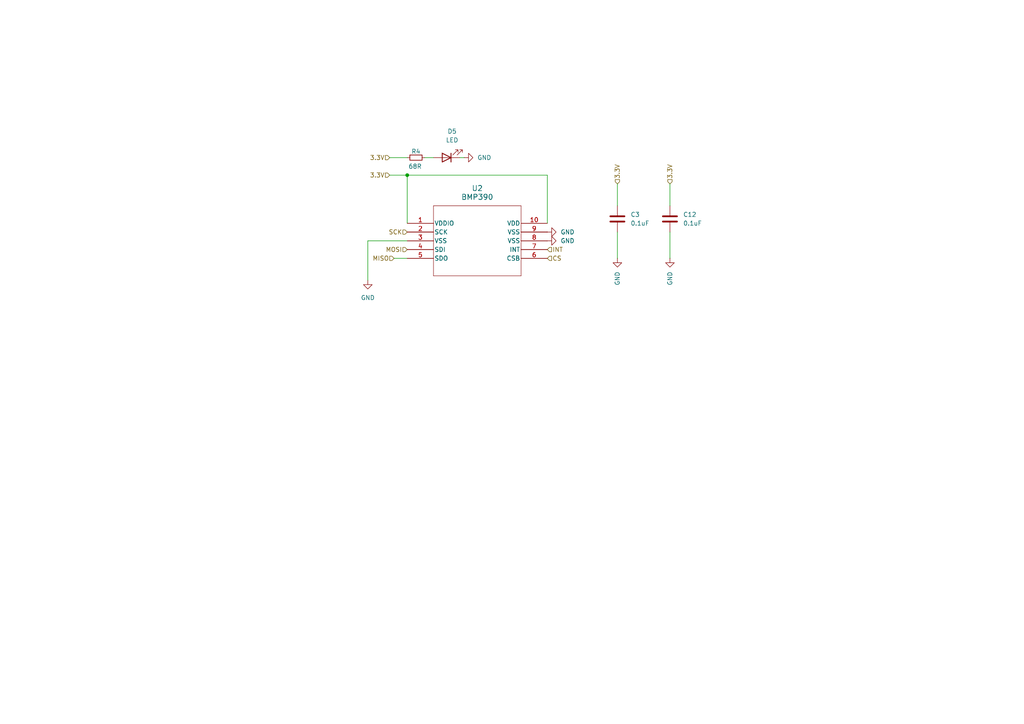
<source format=kicad_sch>
(kicad_sch (version 20250114) (generator "eeschema") (generator_version "9.0")
  (paper "A4")
  (lib_symbols
    (symbol "Device:C" (pin_numbers (hide yes)) (pin_names (offset 0.254))
      (property "Reference" "C" (at 0.635 2.54 0))
      (property "Value" "C" (at 0.635 -2.54 0))
      (symbol "C_0_1"
        (polyline (pts (xy -2.032 0.762) (xy 2.032 0.762)) (stroke (width 0.508)))
        (polyline (pts (xy -2.032 -0.762) (xy 2.032 -0.762)) (stroke (width 0.508)))
      )
      (symbol "C_1_1"
        (pin passive line (at 0 3.81 270) (length 2.794) (name "~") (number "1"))
        (pin passive line (at 0 -3.81 90) (length 2.794) (name "~") (number "2"))
      )
    )
    (symbol "Device:LED" (pin_numbers (hide yes)) (pin_names (offset 1.016) (hide yes))
      (property "Reference" "D" (at 0 2.54 0))
      (property "Value" "LED" (at 0 -2.54 0))
      (symbol "LED_0_1"
        (polyline (pts (xy -3.048 -0.762) (xy -4.572 -2.286) (xy -3.81 -2.286) (xy -4.572 -2.286) (xy -4.572 -1.524)))
        (polyline (pts (xy -1.778 -0.762) (xy -3.302 -2.286) (xy -2.54 -2.286) (xy -3.302 -2.286) (xy -3.302 -1.524)))
        (polyline (pts (xy -1.27 0) (xy 1.27 0)))
        (polyline (pts (xy -1.27 -1.27) (xy -1.27 1.27)) (stroke (width 0.254)))
        (polyline (pts (xy 1.27 -1.27) (xy 1.27 1.27) (xy -1.27 0) (xy 1.27 -1.27)) (stroke (width 0.254)))
      )
      (symbol "LED_1_1"
        (pin passive line (at -3.81 0 0) (length 2.54) (name "K") (number "1"))
        (pin passive line (at 3.81 0 180) (length 2.54) (name "A") (number "2"))
      )
    )
    (symbol "Device:R_Small" (pin_numbers (hide yes)) (pin_names (offset 0.254) (hide yes))
      (property "Reference" "R" (at 0.762 0.508 0))
      (property "Value" "R_Small" (at 0.762 -1.016 0))
      (symbol "R_Small_0_1"
        (rectangle (start -0.762 1.778) (end 0.762 -1.778) (stroke (width 0.2032)))
      )
      (symbol "R_Small_1_1"
        (pin passive line (at 0 2.54 270) (length 0.762) (name "~") (number "1"))
        (pin passive line (at 0 -2.54 90) (length 0.762) (name "~") (number "2"))
      )
    )
    (symbol "bai:BMP390" (pin_names (offset 0.254))
      (property "Reference" "U" (at 0 16.51 0))
      (property "Value" "BMP390" (at 0 13.97 0))
      (symbol "BMP390_0_1"
        (polyline (pts (xy -12.7 11.43) (xy -12.7 -8.89)) (stroke (width 0.127)))
        (polyline (pts (xy -12.7 -8.89) (xy 12.7 -8.89)) (stroke (width 0.127)))
        (polyline (pts (xy 12.7 11.43) (xy -12.7 11.43)) (stroke (width 0.127)))
        (polyline (pts (xy 12.7 -8.89) (xy 12.7 11.43)) (stroke (width 0.127)))
        (pin power_in line (at -20.32 6.35 0) (length 7.62) (name "VDDIO") (number "1"))
        (pin input line (at -20.32 3.81 0) (length 7.62) (name "SCK") (number "2"))
        (pin power_out line (at -20.32 1.27 0) (length 7.62) (name "VSS") (number "3"))
        (pin bidirectional line (at -20.32 -1.27 0) (length 7.62) (name "SDI") (number "4"))
        (pin bidirectional line (at -20.32 -3.81 0) (length 7.62) (name "SDO") (number "5"))
        (pin power_in line (at 20.32 6.35 180) (length 7.62) (name "VDD") (number "10"))
        (pin power_out line (at 20.32 3.81 180) (length 7.62) (name "VSS") (number "9"))
        (pin power_out line (at 20.32 1.27 180) (length 7.62) (name "VSS") (number "8"))
        (pin input line (at 20.32 -1.27 180) (length 7.62) (name "INT") (number "7"))
        (pin input line (at 20.32 -3.81 180) (length 7.62) (name "CSB") (number "6"))
      )
    )
    (symbol "power:GND" (power) (pin_numbers (hide yes)) (pin_names (offset 0) (hide yes))
      (property "Value" "GND" (at 0 -3.81 0))
      (symbol "GND_0_1"
        (polyline (pts (xy 0 0) (xy 0 -1.27) (xy 1.27 -1.27) (xy 0 -2.54) (xy -1.27 -1.27) (xy 0 -1.27)))
      )
      (symbol "GND_1_1"
        (pin power_in line (at 0 0 270) (length 0) (name "~") (number "1"))
      )
    )
  )
  (junction (at 118.11 50.8))
  (wire (pts (xy 194.31 53.34) (xy 194.31 59.69)))
  (wire (pts (xy 194.31 67.31) (xy 194.31 74.93)))
  (wire (pts (xy 106.68 69.85) (xy 106.68 81.28)))
  (wire (pts (xy 118.11 69.85) (xy 106.68 69.85)))
  (wire (pts (xy 118.11 74.93) (xy 114.3 74.93)))
  (wire (pts (xy 179.07 53.34) (xy 179.07 59.69)))
  (wire (pts (xy 113.03 45.72) (xy 118.11 45.72)))
  (wire (pts (xy 158.75 64.77) (xy 158.75 50.8)))
  (wire (pts (xy 133.35 45.72) (xy 134.62 45.72)))
  (wire (pts (xy 158.75 50.8) (xy 118.11 50.8)))
  (wire (pts (xy 123.19 45.72) (xy 125.73 45.72)))
  (wire (pts (xy 113.03 50.8) (xy 118.11 50.8)))
  (wire (pts (xy 118.11 64.77) (xy 118.11 50.8)))
  (wire (pts (xy 179.07 67.31) (xy 179.07 74.93)))
  (hierarchical_label "INT" (shape input) (at 158.75 72.39 0))
  (hierarchical_label "CS" (shape input) (at 158.75 74.93 0))
  (hierarchical_label "3.3V" (shape input) (at 194.31 53.34 90))
  (hierarchical_label "SCK" (shape input) (at 118.11 67.31 180))
  (hierarchical_label "3.3V" (shape input) (at 113.03 45.72 180))
  (hierarchical_label "MISO" (shape input) (at 114.3 74.93 180))
  (hierarchical_label "MOSI" (shape input) (at 118.11 72.39 180))
  (hierarchical_label "3.3V" (shape input) (at 113.03 50.8 180))
  (hierarchical_label "3.3V" (shape input) (at 179.07 53.34 90))
  (symbol (lib_id "Device:C") (at 194.31 63.5 0) (unit 1)
    (property "Reference" "C12" (at 198.12 62.2299 0) (effects (justify left)))
    (property "Value" "0.1uF" (at 198.12 64.7699 0) (effects (justify left)))
    (property "Footprint" "Capacitor_SMD:C_0603_1608Metric_Pad1.08x0.95mm_HandSolder" (effects (hide yes)))
    (property "Description" "Unpolarized capacitor" (effects (hide yes)))
  )
  (symbol (lib_id "power:GND") (at 194.31 74.93 0) (unit 1)
    (property "Reference" "#PWR050" (effects (hide yes)))
    (property "Value" "GND" (at 194.3101 78.74 90) (effects (justify right)))
    (property "Description" "Power symbol creates a global label with name \"GND\" , ground" (effects (hide yes)))
  )
  (symbol (lib_id "Device:R_Small") (at 120.65 45.72 90) (unit 1)
    (property "Reference" "R4" (at 120.65 43.942 90))
    (property "Value" "68R" (at 120.396 48.26 90))
    (property "Footprint" "Resistor_SMD:R_0603_1608Metric_Pad0.98x0.95mm_HandSolder" (effects (hide yes)))
    (property "Description" "Resistor, small symbol" (effects (hide yes)))
  )
  (symbol (lib_id "Device:LED") (at 129.54 45.72 180) (unit 1)
    (property "Reference" "D5" (at 131.1275 38.1 0))
    (property "Value" "LED" (at 131.1275 40.64 0))
    (property "Footprint" "LED_SMD:LED_0603_1608Metric" (effects (hide yes)))
    (property "Description" "Light emitting diode" (effects (hide yes)))
    (property "Sim.Pins" "1=K 2=A" (effects (hide yes)))
  )
  (symbol (lib_id "power:GND") (at 158.75 69.85 90) (unit 1)
    (property "Reference" "#PWR022" (effects (hide yes)))
    (property "Value" "GND" (at 162.56 69.8499 90) (effects (justify right)))
    (property "Description" "Power symbol creates a global label with name \"GND\" , ground" (effects (hide yes)))
  )
  (symbol (lib_id "power:GND") (at 179.07 74.93 0) (unit 1)
    (property "Reference" "#PWR039" (effects (hide yes)))
    (property "Value" "GND" (at 179.0701 78.74 90) (effects (justify right)))
    (property "Description" "Power symbol creates a global label with name \"GND\" , ground" (effects (hide yes)))
  )
  (symbol (lib_id "power:GND") (at 134.62 45.72 90) (unit 1)
    (property "Reference" "#PWR017" (effects (hide yes)))
    (property "Value" "GND" (at 138.43 45.7199 90) (effects (justify right)))
    (property "Description" "Power symbol creates a global label with name \"GND\" , ground" (effects (hide yes)))
  )
  (symbol (lib_id "power:GND") (at 158.75 67.31 90) (unit 1)
    (property "Reference" "#PWR019" (effects (hide yes)))
    (property "Value" "GND" (at 162.56 67.3099 90) (effects (justify right)))
    (property "Description" "Power symbol creates a global label with name \"GND\" , ground" (effects (hide yes)))
  )
  (symbol (lib_id "power:GND") (at 106.68 81.28 0) (unit 1)
    (property "Reference" "#PWR018" (effects (hide yes)))
    (property "Value" "GND" (at 106.68 86.36 0))
    (property "Description" "Power symbol creates a global label with name \"GND\" , ground" (effects (hide yes)))
  )
  (symbol (lib_id "Device:C") (at 179.07 63.5 0) (unit 1)
    (property "Reference" "C3" (at 182.88 62.2299 0) (effects (justify left)))
    (property "Value" "0.1uF" (at 182.88 64.7699 0) (effects (justify left)))
    (property "Footprint" "Capacitor_SMD:C_0603_1608Metric_Pad1.08x0.95mm_HandSolder" (effects (hide yes)))
    (property "Description" "Unpolarized capacitor" (effects (hide yes)))
  )
  (symbol (lib_id "bai:BMP390") (at 138.43 71.12 0) (unit 1)
    (property "Reference" "U2" (at 138.43 54.61 0) (effects (font (size 1.524 1.524))))
    (property "Value" "BMP390" (at 138.43 57.15 0) (effects (font (size 1.524 1.524))))
    (property "Footprint" "BMP390:BMP390SMT" (effects (hide yes)))
    (property "Datasheet" "BMP390" (effects (hide yes)))
  )
)
</source>
